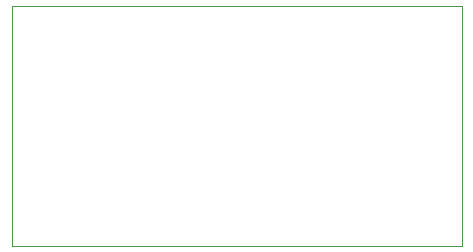
<source format=gbr>
G04 #@! TF.GenerationSoftware,KiCad,Pcbnew,(5.1.2)-1*
G04 #@! TF.CreationDate,2019-09-14T09:46:05-05:00*
G04 #@! TF.ProjectId,attiny-devboard,61747469-6e79-42d6-9465-76626f617264,rev?*
G04 #@! TF.SameCoordinates,Original*
G04 #@! TF.FileFunction,Profile,NP*
%FSLAX46Y46*%
G04 Gerber Fmt 4.6, Leading zero omitted, Abs format (unit mm)*
G04 Created by KiCad (PCBNEW (5.1.2)-1) date 2019-09-14 09:46:05*
%MOMM*%
%LPD*%
G04 APERTURE LIST*
%ADD10C,0.050000*%
G04 APERTURE END LIST*
D10*
X109220000Y-78740000D02*
X109220000Y-99060000D01*
X147320000Y-99060000D02*
X109220000Y-99060000D01*
X147320000Y-78740000D02*
X147320000Y-99060000D01*
X109220000Y-78740000D02*
X147320000Y-78740000D01*
M02*

</source>
